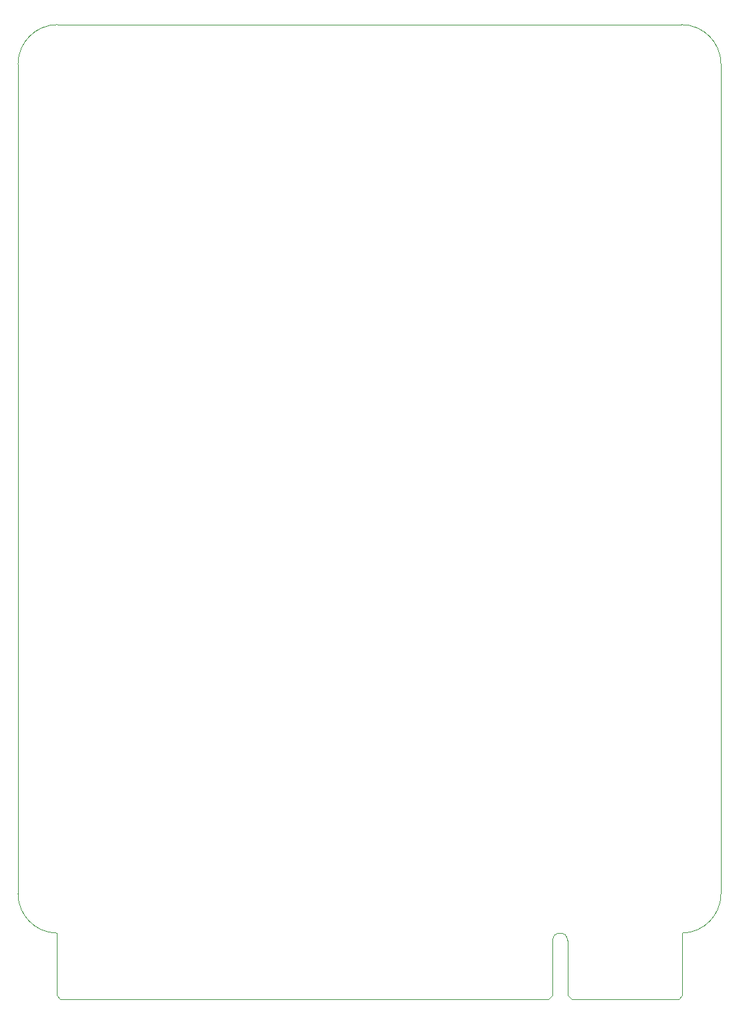
<source format=gbr>
%TF.GenerationSoftware,KiCad,Pcbnew,8.0.8*%
%TF.CreationDate,2025-03-20T15:34:03-03:00*%
%TF.ProjectId,nsec-badge-2025,6e736563-2d62-4616-9467-652d32303235,rev?*%
%TF.SameCoordinates,Original*%
%TF.FileFunction,Profile,NP*%
%FSLAX46Y46*%
G04 Gerber Fmt 4.6, Leading zero omitted, Abs format (unit mm)*
G04 Created by KiCad (PCBNEW 8.0.8) date 2025-03-20 15:34:03*
%MOMM*%
%LPD*%
G01*
G04 APERTURE LIST*
%TA.AperFunction,Profile*%
%ADD10C,0.100000*%
%TD*%
G04 APERTURE END LIST*
D10*
X189000000Y-25000000D02*
X189000000Y-130000000D01*
X100000000Y-25000000D02*
G75*
G02*
X105000000Y-20000000I5000000J0D01*
G01*
X104880000Y-134999999D02*
G75*
G02*
X99999987Y-130000000I118900J4997499D01*
G01*
X184000000Y-20000000D02*
G75*
G02*
X189000000Y-25000000I0J-5000000D01*
G01*
X105000000Y-20000000D02*
X184000000Y-20000000D01*
X189000000Y-130000000D02*
G75*
G02*
X184120000Y-135000000I-5002500J1000D01*
G01*
X100000000Y-130000000D02*
X100000000Y-25000000D01*
%TO.C,J5*%
X104880000Y-135000000D02*
X104880000Y-142870000D01*
X104880000Y-142870000D02*
X105380000Y-143370000D01*
X105380000Y-143370000D02*
X167180000Y-143370000D01*
X167680000Y-135950000D02*
X167680000Y-142870000D01*
X167680000Y-142870000D02*
X167180000Y-143370000D01*
X169580000Y-135950000D02*
X169580000Y-142870000D01*
X169580000Y-142870000D02*
X170080000Y-143370000D01*
X170080000Y-143370000D02*
X183620000Y-143370000D01*
X184120000Y-135000000D02*
X184120000Y-142870000D01*
X184120000Y-142870000D02*
X183620000Y-143370000D01*
X167680000Y-135950000D02*
G75*
G02*
X169580000Y-135950000I950000J0D01*
G01*
%TD*%
M02*

</source>
